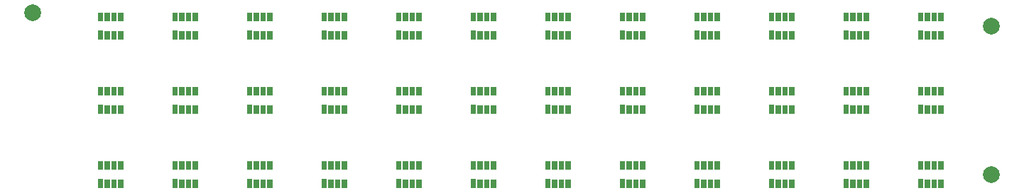
<source format=gbr>
G04 start of page 6 for group -4063 idx -4063 *
G04 Title: (unknown), componentmask *
G04 Creator: pcb 4.0.2 *
G04 CreationDate: Fri Mar 17 03:13:06 2023 UTC *
G04 For: railfan *
G04 Format: Gerber/RS-274X *
G04 PCB-Dimensions (mil): 4900.00 1150.00 *
G04 PCB-Coordinate-Origin: lower left *
%MOIN*%
%FSLAX25Y25*%
%LNTOPMASK*%
%ADD25C,0.0001*%
%ADD24C,0.0787*%
G54D24*X16000Y99000D03*
X466000Y22500D03*
Y92500D03*
G54D25*G36*
X125360Y63942D02*X122790D01*
Y59916D01*
X125360D01*
Y63942D01*
G37*
G36*
X122210D02*X119640D01*
Y59916D01*
X122210D01*
Y63942D01*
G37*
G36*
X119060D02*X116492D01*
Y59916D01*
X119060D01*
Y63942D01*
G37*
G36*
Y55478D02*X116492D01*
Y51058D01*
X119060D01*
Y55478D01*
G37*
G36*
X122210Y55084D02*X119640D01*
Y51058D01*
X122210D01*
Y55084D01*
G37*
G36*
X125360D02*X122790D01*
Y51058D01*
X125360D01*
Y55084D01*
G37*
G36*
X128508D02*X125940D01*
Y51058D01*
X128508D01*
Y55084D01*
G37*
G36*
Y63942D02*X125940D01*
Y59916D01*
X128508D01*
Y63942D01*
G37*
G36*
X119060Y20478D02*X116492D01*
Y16058D01*
X119060D01*
Y20478D01*
G37*
G36*
X122210Y20084D02*X119640D01*
Y16058D01*
X122210D01*
Y20084D01*
G37*
G36*
X125360D02*X122790D01*
Y16058D01*
X125360D01*
Y20084D01*
G37*
G36*
X122210Y28942D02*X119640D01*
Y24916D01*
X122210D01*
Y28942D01*
G37*
G36*
X119060D02*X116492D01*
Y24916D01*
X119060D01*
Y28942D01*
G37*
G36*
X128508D02*X125940D01*
Y24916D01*
X128508D01*
Y28942D01*
G37*
G36*
X125360D02*X122790D01*
Y24916D01*
X125360D01*
Y28942D01*
G37*
G36*
X58508Y55084D02*X55940D01*
Y51058D01*
X58508D01*
Y55084D01*
G37*
G36*
Y63942D02*X55940D01*
Y59916D01*
X58508D01*
Y63942D01*
G37*
G36*
X55360D02*X52790D01*
Y59916D01*
X55360D01*
Y63942D01*
G37*
G36*
X52210D02*X49640D01*
Y59916D01*
X52210D01*
Y63942D01*
G37*
G36*
X49060Y55478D02*X46492D01*
Y51058D01*
X49060D01*
Y55478D01*
G37*
G36*
X52210Y55084D02*X49640D01*
Y51058D01*
X52210D01*
Y55084D01*
G37*
G36*
X55360D02*X52790D01*
Y51058D01*
X55360D01*
Y55084D01*
G37*
G36*
X49060Y63942D02*X46492D01*
Y59916D01*
X49060D01*
Y63942D01*
G37*
G36*
Y90478D02*X46492D01*
Y86058D01*
X49060D01*
Y90478D01*
G37*
G36*
X52210Y90084D02*X49640D01*
Y86058D01*
X52210D01*
Y90084D01*
G37*
G36*
X55360D02*X52790D01*
Y86058D01*
X55360D01*
Y90084D01*
G37*
G36*
X52210Y98942D02*X49640D01*
Y94916D01*
X52210D01*
Y98942D01*
G37*
G36*
X49060D02*X46492D01*
Y94916D01*
X49060D01*
Y98942D01*
G37*
G36*
X58508D02*X55940D01*
Y94916D01*
X58508D01*
Y98942D01*
G37*
G36*
X55360D02*X52790D01*
Y94916D01*
X55360D01*
Y98942D01*
G37*
G36*
X49060Y20478D02*X46492D01*
Y16058D01*
X49060D01*
Y20478D01*
G37*
G36*
X52210Y20084D02*X49640D01*
Y16058D01*
X52210D01*
Y20084D01*
G37*
G36*
X55360D02*X52790D01*
Y16058D01*
X55360D01*
Y20084D01*
G37*
G36*
X58508D02*X55940D01*
Y16058D01*
X58508D01*
Y20084D01*
G37*
G36*
X52210Y28942D02*X49640D01*
Y24916D01*
X52210D01*
Y28942D01*
G37*
G36*
X49060D02*X46492D01*
Y24916D01*
X49060D01*
Y28942D01*
G37*
G36*
X58508D02*X55940D01*
Y24916D01*
X58508D01*
Y28942D01*
G37*
G36*
X55360D02*X52790D01*
Y24916D01*
X55360D01*
Y28942D01*
G37*
G36*
X90360Y63942D02*X87790D01*
Y59916D01*
X90360D01*
Y63942D01*
G37*
G36*
X87210D02*X84640D01*
Y59916D01*
X87210D01*
Y63942D01*
G37*
G36*
X84060D02*X81492D01*
Y59916D01*
X84060D01*
Y63942D01*
G37*
G36*
Y55478D02*X81492D01*
Y51058D01*
X84060D01*
Y55478D01*
G37*
G36*
X87210Y55084D02*X84640D01*
Y51058D01*
X87210D01*
Y55084D01*
G37*
G36*
X90360D02*X87790D01*
Y51058D01*
X90360D01*
Y55084D01*
G37*
G36*
X93508D02*X90940D01*
Y51058D01*
X93508D01*
Y55084D01*
G37*
G36*
Y63942D02*X90940D01*
Y59916D01*
X93508D01*
Y63942D01*
G37*
G36*
X58508Y90084D02*X55940D01*
Y86058D01*
X58508D01*
Y90084D01*
G37*
G36*
X93508Y98942D02*X90940D01*
Y94916D01*
X93508D01*
Y98942D01*
G37*
G36*
X90360D02*X87790D01*
Y94916D01*
X90360D01*
Y98942D01*
G37*
G36*
X87210D02*X84640D01*
Y94916D01*
X87210D01*
Y98942D01*
G37*
G36*
X84060D02*X81492D01*
Y94916D01*
X84060D01*
Y98942D01*
G37*
G36*
Y90478D02*X81492D01*
Y86058D01*
X84060D01*
Y90478D01*
G37*
G36*
X87210Y90084D02*X84640D01*
Y86058D01*
X87210D01*
Y90084D01*
G37*
G36*
X90360D02*X87790D01*
Y86058D01*
X90360D01*
Y90084D01*
G37*
G36*
X93508D02*X90940D01*
Y86058D01*
X93508D01*
Y90084D01*
G37*
G36*
X84060Y20478D02*X81492D01*
Y16058D01*
X84060D01*
Y20478D01*
G37*
G36*
X87210Y20084D02*X84640D01*
Y16058D01*
X87210D01*
Y20084D01*
G37*
G36*
X90360D02*X87790D01*
Y16058D01*
X90360D01*
Y20084D01*
G37*
G36*
X93508D02*X90940D01*
Y16058D01*
X93508D01*
Y20084D01*
G37*
G36*
X87210Y28942D02*X84640D01*
Y24916D01*
X87210D01*
Y28942D01*
G37*
G36*
X84060D02*X81492D01*
Y24916D01*
X84060D01*
Y28942D01*
G37*
G36*
X93508D02*X90940D01*
Y24916D01*
X93508D01*
Y28942D01*
G37*
G36*
X90360D02*X87790D01*
Y24916D01*
X90360D01*
Y28942D01*
G37*
G36*
X128508Y98942D02*X125940D01*
Y94916D01*
X128508D01*
Y98942D01*
G37*
G36*
X125360D02*X122790D01*
Y94916D01*
X125360D01*
Y98942D01*
G37*
G36*
X122210D02*X119640D01*
Y94916D01*
X122210D01*
Y98942D01*
G37*
G36*
X119060D02*X116492D01*
Y94916D01*
X119060D01*
Y98942D01*
G37*
G36*
X122210Y90084D02*X119640D01*
Y86058D01*
X122210D01*
Y90084D01*
G37*
G36*
X125360D02*X122790D01*
Y86058D01*
X125360D01*
Y90084D01*
G37*
G36*
X128508D02*X125940D01*
Y86058D01*
X128508D01*
Y90084D01*
G37*
G36*
X119060Y90478D02*X116492D01*
Y86058D01*
X119060D01*
Y90478D01*
G37*
G36*
X154060D02*X151492D01*
Y86058D01*
X154060D01*
Y90478D01*
G37*
G36*
X157210Y90084D02*X154640D01*
Y86058D01*
X157210D01*
Y90084D01*
G37*
G36*
X160360D02*X157790D01*
Y86058D01*
X160360D01*
Y90084D01*
G37*
G36*
X163508D02*X160940D01*
Y86058D01*
X163508D01*
Y90084D01*
G37*
G36*
Y98942D02*X160940D01*
Y94916D01*
X163508D01*
Y98942D01*
G37*
G36*
X160360D02*X157790D01*
Y94916D01*
X160360D01*
Y98942D01*
G37*
G36*
X157210D02*X154640D01*
Y94916D01*
X157210D01*
Y98942D01*
G37*
G36*
X154060D02*X151492D01*
Y94916D01*
X154060D01*
Y98942D01*
G37*
G36*
X160360Y63942D02*X157790D01*
Y59916D01*
X160360D01*
Y63942D01*
G37*
G36*
X157210D02*X154640D01*
Y59916D01*
X157210D01*
Y63942D01*
G37*
G36*
X154060D02*X151492D01*
Y59916D01*
X154060D01*
Y63942D01*
G37*
G36*
Y55478D02*X151492D01*
Y51058D01*
X154060D01*
Y55478D01*
G37*
G36*
X157210Y55084D02*X154640D01*
Y51058D01*
X157210D01*
Y55084D01*
G37*
G36*
X160360D02*X157790D01*
Y51058D01*
X160360D01*
Y55084D01*
G37*
G36*
X163508D02*X160940D01*
Y51058D01*
X163508D01*
Y55084D01*
G37*
G36*
Y63942D02*X160940D01*
Y59916D01*
X163508D01*
Y63942D01*
G37*
G36*
X128508Y20084D02*X125940D01*
Y16058D01*
X128508D01*
Y20084D01*
G37*
G36*
X163508Y28942D02*X160940D01*
Y24916D01*
X163508D01*
Y28942D01*
G37*
G36*
X160360D02*X157790D01*
Y24916D01*
X160360D01*
Y28942D01*
G37*
G36*
X157210D02*X154640D01*
Y24916D01*
X157210D01*
Y28942D01*
G37*
G36*
X154060D02*X151492D01*
Y24916D01*
X154060D01*
Y28942D01*
G37*
G36*
Y20478D02*X151492D01*
Y16058D01*
X154060D01*
Y20478D01*
G37*
G36*
X157210Y20084D02*X154640D01*
Y16058D01*
X157210D01*
Y20084D01*
G37*
G36*
X160360D02*X157790D01*
Y16058D01*
X160360D01*
Y20084D01*
G37*
G36*
X163508D02*X160940D01*
Y16058D01*
X163508D01*
Y20084D01*
G37*
G36*
X195360Y63942D02*X192790D01*
Y59916D01*
X195360D01*
Y63942D01*
G37*
G36*
X192210D02*X189640D01*
Y59916D01*
X192210D01*
Y63942D01*
G37*
G36*
X189060D02*X186492D01*
Y59916D01*
X189060D01*
Y63942D01*
G37*
G36*
Y55478D02*X186492D01*
Y51058D01*
X189060D01*
Y55478D01*
G37*
G36*
X192210Y55084D02*X189640D01*
Y51058D01*
X192210D01*
Y55084D01*
G37*
G36*
X195360D02*X192790D01*
Y51058D01*
X195360D01*
Y55084D01*
G37*
G36*
X198508D02*X195940D01*
Y51058D01*
X198508D01*
Y55084D01*
G37*
G36*
Y63942D02*X195940D01*
Y59916D01*
X198508D01*
Y63942D01*
G37*
G36*
X230359D02*X227791D01*
Y59916D01*
X230359D01*
Y63942D01*
G37*
G36*
X227209D02*X224641D01*
Y59916D01*
X227209D01*
Y63942D01*
G37*
G36*
X224060D02*X221492D01*
Y59916D01*
X224060D01*
Y63942D01*
G37*
G36*
Y55478D02*X221492D01*
Y51058D01*
X224060D01*
Y55478D01*
G37*
G36*
X227209Y55084D02*X224641D01*
Y51058D01*
X227209D01*
Y55084D01*
G37*
G36*
X230359D02*X227791D01*
Y51058D01*
X230359D01*
Y55084D01*
G37*
G36*
X233508D02*X230940D01*
Y51058D01*
X233508D01*
Y55084D01*
G37*
G36*
Y63942D02*X230940D01*
Y59916D01*
X233508D01*
Y63942D01*
G37*
G36*
X265360D02*X262790D01*
Y59916D01*
X265360D01*
Y63942D01*
G37*
G36*
X262210D02*X259641D01*
Y59916D01*
X262210D01*
Y63942D01*
G37*
G36*
X259060D02*X256492D01*
Y59916D01*
X259060D01*
Y63942D01*
G37*
G36*
Y55478D02*X256492D01*
Y51058D01*
X259060D01*
Y55478D01*
G37*
G36*
X262210Y55084D02*X259641D01*
Y51058D01*
X262210D01*
Y55084D01*
G37*
G36*
X265360D02*X262790D01*
Y51058D01*
X265360D01*
Y55084D01*
G37*
G36*
X268508D02*X265940D01*
Y51058D01*
X268508D01*
Y55084D01*
G37*
G36*
Y63942D02*X265940D01*
Y59916D01*
X268508D01*
Y63942D01*
G37*
G36*
X300360D02*X297790D01*
Y59916D01*
X300360D01*
Y63942D01*
G37*
G36*
X297210D02*X294640D01*
Y59916D01*
X297210D01*
Y63942D01*
G37*
G36*
X294060D02*X291492D01*
Y59916D01*
X294060D01*
Y63942D01*
G37*
G36*
Y55478D02*X291492D01*
Y51058D01*
X294060D01*
Y55478D01*
G37*
G36*
X297210Y55084D02*X294640D01*
Y51058D01*
X297210D01*
Y55084D01*
G37*
G36*
X300360D02*X297790D01*
Y51058D01*
X300360D01*
Y55084D01*
G37*
G36*
X303508D02*X300940D01*
Y51058D01*
X303508D01*
Y55084D01*
G37*
G36*
Y63942D02*X300940D01*
Y59916D01*
X303508D01*
Y63942D01*
G37*
G36*
X335360D02*X332790D01*
Y59916D01*
X335360D01*
Y63942D01*
G37*
G36*
X332210D02*X329640D01*
Y59916D01*
X332210D01*
Y63942D01*
G37*
G36*
X329060D02*X326492D01*
Y59916D01*
X329060D01*
Y63942D01*
G37*
G36*
Y55478D02*X326492D01*
Y51058D01*
X329060D01*
Y55478D01*
G37*
G36*
X332210Y55084D02*X329640D01*
Y51058D01*
X332210D01*
Y55084D01*
G37*
G36*
X335360D02*X332790D01*
Y51058D01*
X335360D01*
Y55084D01*
G37*
G36*
X338508D02*X335940D01*
Y51058D01*
X338508D01*
Y55084D01*
G37*
G36*
Y63942D02*X335940D01*
Y59916D01*
X338508D01*
Y63942D01*
G37*
G36*
X370360D02*X367790D01*
Y59916D01*
X370360D01*
Y63942D01*
G37*
G36*
X367210D02*X364640D01*
Y59916D01*
X367210D01*
Y63942D01*
G37*
G36*
X364060D02*X361492D01*
Y59916D01*
X364060D01*
Y63942D01*
G37*
G36*
Y55478D02*X361492D01*
Y51058D01*
X364060D01*
Y55478D01*
G37*
G36*
X367210Y55084D02*X364640D01*
Y51058D01*
X367210D01*
Y55084D01*
G37*
G36*
X370360D02*X367790D01*
Y51058D01*
X370360D01*
Y55084D01*
G37*
G36*
X373508D02*X370940D01*
Y51058D01*
X373508D01*
Y55084D01*
G37*
G36*
Y63942D02*X370940D01*
Y59916D01*
X373508D01*
Y63942D01*
G37*
G36*
X405360D02*X402790D01*
Y59916D01*
X405360D01*
Y63942D01*
G37*
G36*
X402210D02*X399640D01*
Y59916D01*
X402210D01*
Y63942D01*
G37*
G36*
X399060D02*X396492D01*
Y59916D01*
X399060D01*
Y63942D01*
G37*
G36*
Y55478D02*X396492D01*
Y51058D01*
X399060D01*
Y55478D01*
G37*
G36*
X402210Y55084D02*X399640D01*
Y51058D01*
X402210D01*
Y55084D01*
G37*
G36*
X405360D02*X402790D01*
Y51058D01*
X405360D01*
Y55084D01*
G37*
G36*
X408508D02*X405940D01*
Y51058D01*
X408508D01*
Y55084D01*
G37*
G36*
Y63942D02*X405940D01*
Y59916D01*
X408508D01*
Y63942D01*
G37*
G36*
X440360D02*X437790D01*
Y59916D01*
X440360D01*
Y63942D01*
G37*
G36*
X437210D02*X434640D01*
Y59916D01*
X437210D01*
Y63942D01*
G37*
G36*
X434060D02*X431492D01*
Y59916D01*
X434060D01*
Y63942D01*
G37*
G36*
Y55478D02*X431492D01*
Y51058D01*
X434060D01*
Y55478D01*
G37*
G36*
X437210Y55084D02*X434640D01*
Y51058D01*
X437210D01*
Y55084D01*
G37*
G36*
X440360D02*X437790D01*
Y51058D01*
X440360D01*
Y55084D01*
G37*
G36*
X443508D02*X440940D01*
Y51058D01*
X443508D01*
Y55084D01*
G37*
G36*
Y63942D02*X440940D01*
Y59916D01*
X443508D01*
Y63942D01*
G37*
G36*
X195360Y98942D02*X192790D01*
Y94916D01*
X195360D01*
Y98942D01*
G37*
G36*
X192210D02*X189640D01*
Y94916D01*
X192210D01*
Y98942D01*
G37*
G36*
X189060D02*X186492D01*
Y94916D01*
X189060D01*
Y98942D01*
G37*
G36*
Y90478D02*X186492D01*
Y86058D01*
X189060D01*
Y90478D01*
G37*
G36*
X192210Y90084D02*X189640D01*
Y86058D01*
X192210D01*
Y90084D01*
G37*
G36*
X195360D02*X192790D01*
Y86058D01*
X195360D01*
Y90084D01*
G37*
G36*
X198508D02*X195940D01*
Y86058D01*
X198508D01*
Y90084D01*
G37*
G36*
Y98942D02*X195940D01*
Y94916D01*
X198508D01*
Y98942D01*
G37*
G36*
X230359D02*X227791D01*
Y94916D01*
X230359D01*
Y98942D01*
G37*
G36*
X227209D02*X224641D01*
Y94916D01*
X227209D01*
Y98942D01*
G37*
G36*
X224060D02*X221492D01*
Y94916D01*
X224060D01*
Y98942D01*
G37*
G36*
Y90478D02*X221492D01*
Y86058D01*
X224060D01*
Y90478D01*
G37*
G36*
X227209Y90084D02*X224641D01*
Y86058D01*
X227209D01*
Y90084D01*
G37*
G36*
X230359D02*X227791D01*
Y86058D01*
X230359D01*
Y90084D01*
G37*
G36*
X233508D02*X230940D01*
Y86058D01*
X233508D01*
Y90084D01*
G37*
G36*
Y98942D02*X230940D01*
Y94916D01*
X233508D01*
Y98942D01*
G37*
G36*
X265360D02*X262790D01*
Y94916D01*
X265360D01*
Y98942D01*
G37*
G36*
X262210D02*X259641D01*
Y94916D01*
X262210D01*
Y98942D01*
G37*
G36*
X259060D02*X256492D01*
Y94916D01*
X259060D01*
Y98942D01*
G37*
G36*
Y90478D02*X256492D01*
Y86058D01*
X259060D01*
Y90478D01*
G37*
G36*
X262210Y90084D02*X259641D01*
Y86058D01*
X262210D01*
Y90084D01*
G37*
G36*
X265360D02*X262790D01*
Y86058D01*
X265360D01*
Y90084D01*
G37*
G36*
X268508D02*X265940D01*
Y86058D01*
X268508D01*
Y90084D01*
G37*
G36*
Y98942D02*X265940D01*
Y94916D01*
X268508D01*
Y98942D01*
G37*
G36*
X300360D02*X297790D01*
Y94916D01*
X300360D01*
Y98942D01*
G37*
G36*
X297210D02*X294640D01*
Y94916D01*
X297210D01*
Y98942D01*
G37*
G36*
X294060D02*X291492D01*
Y94916D01*
X294060D01*
Y98942D01*
G37*
G36*
Y90478D02*X291492D01*
Y86058D01*
X294060D01*
Y90478D01*
G37*
G36*
X297210Y90084D02*X294640D01*
Y86058D01*
X297210D01*
Y90084D01*
G37*
G36*
X300360D02*X297790D01*
Y86058D01*
X300360D01*
Y90084D01*
G37*
G36*
X303508D02*X300940D01*
Y86058D01*
X303508D01*
Y90084D01*
G37*
G36*
Y98942D02*X300940D01*
Y94916D01*
X303508D01*
Y98942D01*
G37*
G36*
X335360D02*X332790D01*
Y94916D01*
X335360D01*
Y98942D01*
G37*
G36*
X332210D02*X329640D01*
Y94916D01*
X332210D01*
Y98942D01*
G37*
G36*
X329060D02*X326492D01*
Y94916D01*
X329060D01*
Y98942D01*
G37*
G36*
Y90478D02*X326492D01*
Y86058D01*
X329060D01*
Y90478D01*
G37*
G36*
X332210Y90084D02*X329640D01*
Y86058D01*
X332210D01*
Y90084D01*
G37*
G36*
X335360D02*X332790D01*
Y86058D01*
X335360D01*
Y90084D01*
G37*
G36*
X338508D02*X335940D01*
Y86058D01*
X338508D01*
Y90084D01*
G37*
G36*
Y98942D02*X335940D01*
Y94916D01*
X338508D01*
Y98942D01*
G37*
G36*
X370360D02*X367790D01*
Y94916D01*
X370360D01*
Y98942D01*
G37*
G36*
X367210D02*X364640D01*
Y94916D01*
X367210D01*
Y98942D01*
G37*
G36*
X364060D02*X361492D01*
Y94916D01*
X364060D01*
Y98942D01*
G37*
G36*
Y90478D02*X361492D01*
Y86058D01*
X364060D01*
Y90478D01*
G37*
G36*
X367210Y90084D02*X364640D01*
Y86058D01*
X367210D01*
Y90084D01*
G37*
G36*
X370360D02*X367790D01*
Y86058D01*
X370360D01*
Y90084D01*
G37*
G36*
X373508D02*X370940D01*
Y86058D01*
X373508D01*
Y90084D01*
G37*
G36*
Y98942D02*X370940D01*
Y94916D01*
X373508D01*
Y98942D01*
G37*
G36*
X405360D02*X402790D01*
Y94916D01*
X405360D01*
Y98942D01*
G37*
G36*
X402210D02*X399640D01*
Y94916D01*
X402210D01*
Y98942D01*
G37*
G36*
X399060D02*X396492D01*
Y94916D01*
X399060D01*
Y98942D01*
G37*
G36*
Y90478D02*X396492D01*
Y86058D01*
X399060D01*
Y90478D01*
G37*
G36*
X402210Y90084D02*X399640D01*
Y86058D01*
X402210D01*
Y90084D01*
G37*
G36*
X405360D02*X402790D01*
Y86058D01*
X405360D01*
Y90084D01*
G37*
G36*
X408508D02*X405940D01*
Y86058D01*
X408508D01*
Y90084D01*
G37*
G36*
Y98942D02*X405940D01*
Y94916D01*
X408508D01*
Y98942D01*
G37*
G36*
X440360D02*X437790D01*
Y94916D01*
X440360D01*
Y98942D01*
G37*
G36*
X437210D02*X434640D01*
Y94916D01*
X437210D01*
Y98942D01*
G37*
G36*
X434060D02*X431492D01*
Y94916D01*
X434060D01*
Y98942D01*
G37*
G36*
Y90478D02*X431492D01*
Y86058D01*
X434060D01*
Y90478D01*
G37*
G36*
X437210Y90084D02*X434640D01*
Y86058D01*
X437210D01*
Y90084D01*
G37*
G36*
X440360D02*X437790D01*
Y86058D01*
X440360D01*
Y90084D01*
G37*
G36*
X443508D02*X440940D01*
Y86058D01*
X443508D01*
Y90084D01*
G37*
G36*
Y98942D02*X440940D01*
Y94916D01*
X443508D01*
Y98942D01*
G37*
G36*
X198508Y28942D02*X195940D01*
Y24916D01*
X198508D01*
Y28942D01*
G37*
G36*
X195360D02*X192790D01*
Y24916D01*
X195360D01*
Y28942D01*
G37*
G36*
X192210D02*X189640D01*
Y24916D01*
X192210D01*
Y28942D01*
G37*
G36*
X189060D02*X186492D01*
Y24916D01*
X189060D01*
Y28942D01*
G37*
G36*
X192210Y20084D02*X189640D01*
Y16058D01*
X192210D01*
Y20084D01*
G37*
G36*
X195360D02*X192790D01*
Y16058D01*
X195360D01*
Y20084D01*
G37*
G36*
X198508D02*X195940D01*
Y16058D01*
X198508D01*
Y20084D01*
G37*
G36*
X189060Y20478D02*X186492D01*
Y16058D01*
X189060D01*
Y20478D01*
G37*
G36*
X224060D02*X221492D01*
Y16058D01*
X224060D01*
Y20478D01*
G37*
G36*
X227209Y20084D02*X224641D01*
Y16058D01*
X227209D01*
Y20084D01*
G37*
G36*
X230359D02*X227791D01*
Y16058D01*
X230359D01*
Y20084D01*
G37*
G36*
X233508D02*X230940D01*
Y16058D01*
X233508D01*
Y20084D01*
G37*
G36*
Y28942D02*X230940D01*
Y24916D01*
X233508D01*
Y28942D01*
G37*
G36*
X230359D02*X227791D01*
Y24916D01*
X230359D01*
Y28942D01*
G37*
G36*
X227209D02*X224641D01*
Y24916D01*
X227209D01*
Y28942D01*
G37*
G36*
X224060D02*X221492D01*
Y24916D01*
X224060D01*
Y28942D01*
G37*
G36*
X265360D02*X262790D01*
Y24916D01*
X265360D01*
Y28942D01*
G37*
G36*
X262210D02*X259641D01*
Y24916D01*
X262210D01*
Y28942D01*
G37*
G36*
X259060D02*X256492D01*
Y24916D01*
X259060D01*
Y28942D01*
G37*
G36*
Y20478D02*X256492D01*
Y16058D01*
X259060D01*
Y20478D01*
G37*
G36*
X262210Y20084D02*X259641D01*
Y16058D01*
X262210D01*
Y20084D01*
G37*
G36*
X265360D02*X262790D01*
Y16058D01*
X265360D01*
Y20084D01*
G37*
G36*
X268508D02*X265940D01*
Y16058D01*
X268508D01*
Y20084D01*
G37*
G36*
Y28942D02*X265940D01*
Y24916D01*
X268508D01*
Y28942D01*
G37*
G36*
X300360D02*X297790D01*
Y24916D01*
X300360D01*
Y28942D01*
G37*
G36*
X297210D02*X294640D01*
Y24916D01*
X297210D01*
Y28942D01*
G37*
G36*
X294060D02*X291492D01*
Y24916D01*
X294060D01*
Y28942D01*
G37*
G36*
Y20478D02*X291492D01*
Y16058D01*
X294060D01*
Y20478D01*
G37*
G36*
X297210Y20084D02*X294640D01*
Y16058D01*
X297210D01*
Y20084D01*
G37*
G36*
X300360D02*X297790D01*
Y16058D01*
X300360D01*
Y20084D01*
G37*
G36*
X303508D02*X300940D01*
Y16058D01*
X303508D01*
Y20084D01*
G37*
G36*
Y28942D02*X300940D01*
Y24916D01*
X303508D01*
Y28942D01*
G37*
G36*
X335360D02*X332790D01*
Y24916D01*
X335360D01*
Y28942D01*
G37*
G36*
X332210D02*X329640D01*
Y24916D01*
X332210D01*
Y28942D01*
G37*
G36*
X329060D02*X326492D01*
Y24916D01*
X329060D01*
Y28942D01*
G37*
G36*
Y20478D02*X326492D01*
Y16058D01*
X329060D01*
Y20478D01*
G37*
G36*
X332210Y20084D02*X329640D01*
Y16058D01*
X332210D01*
Y20084D01*
G37*
G36*
X335360D02*X332790D01*
Y16058D01*
X335360D01*
Y20084D01*
G37*
G36*
X338508D02*X335940D01*
Y16058D01*
X338508D01*
Y20084D01*
G37*
G36*
Y28942D02*X335940D01*
Y24916D01*
X338508D01*
Y28942D01*
G37*
G36*
X370360D02*X367790D01*
Y24916D01*
X370360D01*
Y28942D01*
G37*
G36*
X367210D02*X364640D01*
Y24916D01*
X367210D01*
Y28942D01*
G37*
G36*
X364060D02*X361492D01*
Y24916D01*
X364060D01*
Y28942D01*
G37*
G36*
Y20478D02*X361492D01*
Y16058D01*
X364060D01*
Y20478D01*
G37*
G36*
X367210Y20084D02*X364640D01*
Y16058D01*
X367210D01*
Y20084D01*
G37*
G36*
X370360D02*X367790D01*
Y16058D01*
X370360D01*
Y20084D01*
G37*
G36*
X373508D02*X370940D01*
Y16058D01*
X373508D01*
Y20084D01*
G37*
G36*
Y28942D02*X370940D01*
Y24916D01*
X373508D01*
Y28942D01*
G37*
G36*
X405360D02*X402790D01*
Y24916D01*
X405360D01*
Y28942D01*
G37*
G36*
X402210D02*X399640D01*
Y24916D01*
X402210D01*
Y28942D01*
G37*
G36*
X399060D02*X396492D01*
Y24916D01*
X399060D01*
Y28942D01*
G37*
G36*
Y20478D02*X396492D01*
Y16058D01*
X399060D01*
Y20478D01*
G37*
G36*
X402210Y20084D02*X399640D01*
Y16058D01*
X402210D01*
Y20084D01*
G37*
G36*
X405360D02*X402790D01*
Y16058D01*
X405360D01*
Y20084D01*
G37*
G36*
X408508D02*X405940D01*
Y16058D01*
X408508D01*
Y20084D01*
G37*
G36*
Y28942D02*X405940D01*
Y24916D01*
X408508D01*
Y28942D01*
G37*
G36*
X440360D02*X437790D01*
Y24916D01*
X440360D01*
Y28942D01*
G37*
G36*
X437210D02*X434640D01*
Y24916D01*
X437210D01*
Y28942D01*
G37*
G36*
X434060D02*X431492D01*
Y24916D01*
X434060D01*
Y28942D01*
G37*
G36*
Y20478D02*X431492D01*
Y16058D01*
X434060D01*
Y20478D01*
G37*
G36*
X437210Y20084D02*X434640D01*
Y16058D01*
X437210D01*
Y20084D01*
G37*
G36*
X440360D02*X437790D01*
Y16058D01*
X440360D01*
Y20084D01*
G37*
G36*
X443508D02*X440940D01*
Y16058D01*
X443508D01*
Y20084D01*
G37*
G36*
Y28942D02*X440940D01*
Y24916D01*
X443508D01*
Y28942D01*
G37*
M02*

</source>
